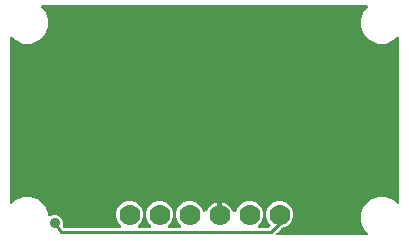
<source format=gbr>
G04 EAGLE Gerber RS-274X export*
G75*
%MOMM*%
%FSLAX34Y34*%
%LPD*%
%INTop Copper*%
%IPPOS*%
%AMOC8*
5,1,8,0,0,1.08239X$1,22.5*%
G01*
%ADD10C,1.778000*%
%ADD11C,0.254000*%
%ADD12C,0.908000*%

G36*
X307130Y5098D02*
X307130Y5098D01*
X307269Y5111D01*
X307288Y5118D01*
X307308Y5121D01*
X307437Y5172D01*
X307568Y5219D01*
X307585Y5230D01*
X307603Y5238D01*
X307716Y5319D01*
X307831Y5397D01*
X307844Y5413D01*
X307861Y5424D01*
X307950Y5532D01*
X308041Y5636D01*
X308051Y5654D01*
X308064Y5669D01*
X308123Y5795D01*
X308186Y5919D01*
X308190Y5939D01*
X308199Y5957D01*
X308225Y6093D01*
X308256Y6229D01*
X308255Y6250D01*
X308259Y6269D01*
X308250Y6408D01*
X308246Y6547D01*
X308240Y6567D01*
X308239Y6587D01*
X308196Y6719D01*
X308158Y6853D01*
X308147Y6870D01*
X308141Y6889D01*
X308066Y7007D01*
X307996Y7127D01*
X307977Y7148D01*
X307971Y7158D01*
X307956Y7172D01*
X307890Y7247D01*
X305096Y10041D01*
X302419Y16503D01*
X302419Y23497D01*
X305096Y29959D01*
X310041Y34904D01*
X316503Y37581D01*
X323497Y37581D01*
X329959Y34904D01*
X332753Y32110D01*
X332862Y32025D01*
X332969Y31936D01*
X332988Y31928D01*
X333004Y31915D01*
X333132Y31860D01*
X333257Y31801D01*
X333277Y31797D01*
X333296Y31789D01*
X333434Y31767D01*
X333570Y31741D01*
X333590Y31742D01*
X333610Y31739D01*
X333749Y31752D01*
X333887Y31761D01*
X333906Y31767D01*
X333926Y31769D01*
X334058Y31816D01*
X334189Y31859D01*
X334207Y31870D01*
X334226Y31877D01*
X334341Y31955D01*
X334458Y32029D01*
X334472Y32044D01*
X334489Y32055D01*
X334581Y32160D01*
X334676Y32261D01*
X334686Y32278D01*
X334699Y32294D01*
X334763Y32418D01*
X334830Y32539D01*
X334835Y32559D01*
X334844Y32577D01*
X334874Y32713D01*
X334909Y32847D01*
X334911Y32875D01*
X334914Y32887D01*
X334913Y32908D01*
X334919Y33008D01*
X334919Y171992D01*
X334902Y172130D01*
X334889Y172269D01*
X334882Y172288D01*
X334879Y172308D01*
X334828Y172437D01*
X334781Y172568D01*
X334770Y172585D01*
X334762Y172603D01*
X334681Y172716D01*
X334603Y172831D01*
X334587Y172844D01*
X334576Y172861D01*
X334468Y172950D01*
X334364Y173041D01*
X334346Y173051D01*
X334331Y173064D01*
X334205Y173123D01*
X334081Y173186D01*
X334061Y173190D01*
X334043Y173199D01*
X333907Y173225D01*
X333771Y173256D01*
X333750Y173255D01*
X333731Y173259D01*
X333592Y173250D01*
X333453Y173246D01*
X333433Y173240D01*
X333413Y173239D01*
X333281Y173196D01*
X333147Y173158D01*
X333130Y173147D01*
X333111Y173141D01*
X332993Y173066D01*
X332873Y172996D01*
X332852Y172977D01*
X332842Y172971D01*
X332828Y172956D01*
X332753Y172890D01*
X329959Y170096D01*
X323497Y167419D01*
X316503Y167419D01*
X310041Y170096D01*
X305096Y175041D01*
X302419Y181503D01*
X302419Y188497D01*
X305096Y194959D01*
X307890Y197753D01*
X307975Y197862D01*
X308064Y197969D01*
X308072Y197988D01*
X308085Y198004D01*
X308140Y198132D01*
X308199Y198257D01*
X308203Y198277D01*
X308211Y198296D01*
X308233Y198434D01*
X308259Y198570D01*
X308258Y198590D01*
X308261Y198610D01*
X308248Y198749D01*
X308239Y198887D01*
X308233Y198906D01*
X308231Y198926D01*
X308184Y199058D01*
X308141Y199189D01*
X308130Y199207D01*
X308123Y199226D01*
X308045Y199341D01*
X307971Y199458D01*
X307956Y199472D01*
X307945Y199489D01*
X307840Y199581D01*
X307739Y199676D01*
X307722Y199686D01*
X307706Y199699D01*
X307582Y199763D01*
X307461Y199830D01*
X307441Y199835D01*
X307423Y199844D01*
X307287Y199874D01*
X307153Y199909D01*
X307125Y199911D01*
X307113Y199914D01*
X307092Y199913D01*
X306992Y199919D01*
X33008Y199919D01*
X32870Y199902D01*
X32731Y199889D01*
X32712Y199882D01*
X32692Y199879D01*
X32563Y199828D01*
X32432Y199781D01*
X32415Y199770D01*
X32397Y199762D01*
X32284Y199681D01*
X32169Y199603D01*
X32156Y199587D01*
X32139Y199576D01*
X32050Y199468D01*
X31959Y199364D01*
X31949Y199346D01*
X31936Y199331D01*
X31877Y199205D01*
X31814Y199081D01*
X31810Y199061D01*
X31801Y199043D01*
X31775Y198907D01*
X31744Y198771D01*
X31745Y198750D01*
X31741Y198731D01*
X31750Y198592D01*
X31754Y198453D01*
X31760Y198433D01*
X31761Y198413D01*
X31804Y198281D01*
X31842Y198147D01*
X31853Y198130D01*
X31859Y198111D01*
X31934Y197993D01*
X32004Y197873D01*
X32023Y197852D01*
X32029Y197842D01*
X32044Y197828D01*
X32110Y197753D01*
X34904Y194959D01*
X37581Y188497D01*
X37581Y181503D01*
X34904Y175041D01*
X29959Y170096D01*
X23497Y167419D01*
X16503Y167419D01*
X10041Y170096D01*
X7247Y172890D01*
X7138Y172975D01*
X7031Y173064D01*
X7012Y173072D01*
X6996Y173085D01*
X6868Y173140D01*
X6743Y173199D01*
X6723Y173203D01*
X6704Y173211D01*
X6566Y173233D01*
X6430Y173259D01*
X6410Y173258D01*
X6390Y173261D01*
X6251Y173248D01*
X6113Y173239D01*
X6094Y173233D01*
X6074Y173231D01*
X5942Y173184D01*
X5811Y173141D01*
X5793Y173130D01*
X5774Y173123D01*
X5659Y173045D01*
X5542Y172971D01*
X5528Y172956D01*
X5511Y172945D01*
X5419Y172840D01*
X5324Y172739D01*
X5314Y172722D01*
X5301Y172706D01*
X5237Y172582D01*
X5170Y172461D01*
X5165Y172441D01*
X5156Y172423D01*
X5126Y172287D01*
X5091Y172153D01*
X5089Y172125D01*
X5086Y172113D01*
X5087Y172092D01*
X5081Y171992D01*
X5081Y33008D01*
X5098Y32870D01*
X5111Y32731D01*
X5118Y32712D01*
X5121Y32692D01*
X5172Y32563D01*
X5219Y32432D01*
X5230Y32415D01*
X5238Y32397D01*
X5319Y32284D01*
X5397Y32169D01*
X5413Y32156D01*
X5424Y32139D01*
X5532Y32050D01*
X5636Y31959D01*
X5654Y31949D01*
X5669Y31936D01*
X5795Y31877D01*
X5919Y31814D01*
X5939Y31810D01*
X5957Y31801D01*
X6093Y31775D01*
X6229Y31744D01*
X6250Y31745D01*
X6269Y31741D01*
X6408Y31750D01*
X6547Y31754D01*
X6567Y31760D01*
X6587Y31761D01*
X6719Y31804D01*
X6853Y31842D01*
X6870Y31853D01*
X6889Y31859D01*
X7007Y31934D01*
X7127Y32004D01*
X7148Y32023D01*
X7158Y32029D01*
X7172Y32044D01*
X7247Y32110D01*
X10041Y34904D01*
X16503Y37581D01*
X23497Y37581D01*
X29959Y34904D01*
X34904Y29959D01*
X37581Y23497D01*
X37581Y22484D01*
X37587Y22435D01*
X37585Y22385D01*
X37607Y22278D01*
X37621Y22169D01*
X37639Y22123D01*
X37649Y22074D01*
X37697Y21975D01*
X37738Y21873D01*
X37767Y21833D01*
X37789Y21788D01*
X37860Y21705D01*
X37924Y21616D01*
X37963Y21584D01*
X37995Y21546D01*
X38085Y21483D01*
X38169Y21413D01*
X38214Y21392D01*
X38255Y21363D01*
X38358Y21324D01*
X38457Y21277D01*
X38506Y21268D01*
X38552Y21251D01*
X38662Y21238D01*
X38769Y21218D01*
X38819Y21221D01*
X38868Y21215D01*
X38977Y21231D01*
X39087Y21237D01*
X39134Y21253D01*
X39183Y21260D01*
X39336Y21312D01*
X41772Y22321D01*
X44588Y22321D01*
X47191Y21243D01*
X49183Y19251D01*
X50261Y16648D01*
X50261Y13832D01*
X49993Y13186D01*
X49980Y13138D01*
X49959Y13093D01*
X49938Y12985D01*
X49909Y12879D01*
X49908Y12829D01*
X49899Y12780D01*
X49906Y12671D01*
X49904Y12561D01*
X49916Y12513D01*
X49919Y12463D01*
X49953Y12359D01*
X49978Y12252D01*
X50002Y12208D01*
X50017Y12161D01*
X50076Y12068D01*
X50127Y11971D01*
X50160Y11934D01*
X50187Y11892D01*
X50267Y11817D01*
X50341Y11735D01*
X50382Y11708D01*
X50419Y11674D01*
X50515Y11621D01*
X50607Y11561D01*
X50654Y11544D01*
X50697Y11520D01*
X50803Y11493D01*
X50907Y11457D01*
X50957Y11453D01*
X51005Y11441D01*
X51166Y11431D01*
X98380Y11431D01*
X98517Y11448D01*
X98656Y11461D01*
X98675Y11468D01*
X98695Y11471D01*
X98824Y11522D01*
X98955Y11569D01*
X98972Y11580D01*
X98991Y11588D01*
X99103Y11669D01*
X99218Y11747D01*
X99232Y11763D01*
X99248Y11774D01*
X99337Y11882D01*
X99429Y11986D01*
X99438Y12004D01*
X99451Y12019D01*
X99510Y12145D01*
X99573Y12269D01*
X99578Y12289D01*
X99586Y12307D01*
X99613Y12443D01*
X99643Y12579D01*
X99642Y12600D01*
X99646Y12619D01*
X99638Y12758D01*
X99633Y12897D01*
X99628Y12917D01*
X99626Y12937D01*
X99584Y13069D01*
X99545Y13203D01*
X99535Y13220D01*
X99528Y13239D01*
X99454Y13357D01*
X99383Y13477D01*
X99365Y13498D01*
X99358Y13508D01*
X99343Y13522D01*
X99277Y13597D01*
X96809Y16065D01*
X95069Y20266D01*
X95069Y24814D01*
X96809Y29015D01*
X100025Y32231D01*
X104226Y33971D01*
X108774Y33971D01*
X112975Y32231D01*
X116191Y29015D01*
X117931Y24814D01*
X117931Y20266D01*
X116191Y16065D01*
X113723Y13597D01*
X113638Y13488D01*
X113549Y13381D01*
X113540Y13362D01*
X113528Y13346D01*
X113473Y13218D01*
X113414Y13093D01*
X113410Y13073D01*
X113402Y13054D01*
X113380Y12916D01*
X113354Y12780D01*
X113355Y12760D01*
X113352Y12740D01*
X113365Y12601D01*
X113374Y12463D01*
X113380Y12444D01*
X113382Y12424D01*
X113429Y12292D01*
X113472Y12161D01*
X113482Y12143D01*
X113489Y12124D01*
X113567Y12009D01*
X113642Y11892D01*
X113656Y11878D01*
X113668Y11861D01*
X113772Y11769D01*
X113873Y11674D01*
X113891Y11664D01*
X113906Y11651D01*
X114030Y11587D01*
X114152Y11520D01*
X114171Y11515D01*
X114189Y11506D01*
X114325Y11476D01*
X114460Y11441D01*
X114488Y11439D01*
X114500Y11436D01*
X114520Y11437D01*
X114620Y11431D01*
X123780Y11431D01*
X123917Y11448D01*
X124056Y11461D01*
X124075Y11468D01*
X124095Y11471D01*
X124224Y11522D01*
X124355Y11569D01*
X124372Y11580D01*
X124391Y11588D01*
X124503Y11669D01*
X124618Y11747D01*
X124632Y11763D01*
X124648Y11774D01*
X124737Y11882D01*
X124829Y11986D01*
X124838Y12004D01*
X124851Y12019D01*
X124910Y12145D01*
X124973Y12269D01*
X124978Y12289D01*
X124986Y12307D01*
X125013Y12443D01*
X125043Y12579D01*
X125042Y12600D01*
X125046Y12619D01*
X125038Y12758D01*
X125033Y12897D01*
X125028Y12917D01*
X125026Y12937D01*
X124984Y13069D01*
X124945Y13203D01*
X124935Y13220D01*
X124928Y13239D01*
X124854Y13357D01*
X124783Y13477D01*
X124765Y13498D01*
X124758Y13508D01*
X124743Y13522D01*
X124677Y13597D01*
X122209Y16065D01*
X120469Y20266D01*
X120469Y24814D01*
X122209Y29015D01*
X125425Y32231D01*
X129626Y33971D01*
X134174Y33971D01*
X138375Y32231D01*
X141591Y29015D01*
X143331Y24814D01*
X143331Y20266D01*
X141591Y16065D01*
X139123Y13597D01*
X139038Y13488D01*
X138949Y13381D01*
X138940Y13362D01*
X138928Y13346D01*
X138873Y13218D01*
X138814Y13093D01*
X138810Y13073D01*
X138802Y13054D01*
X138780Y12916D01*
X138754Y12780D01*
X138755Y12760D01*
X138752Y12740D01*
X138765Y12601D01*
X138774Y12463D01*
X138780Y12444D01*
X138782Y12424D01*
X138829Y12292D01*
X138872Y12161D01*
X138882Y12143D01*
X138889Y12124D01*
X138967Y12009D01*
X139042Y11892D01*
X139056Y11878D01*
X139068Y11861D01*
X139172Y11769D01*
X139273Y11674D01*
X139291Y11664D01*
X139306Y11651D01*
X139430Y11587D01*
X139552Y11520D01*
X139571Y11515D01*
X139589Y11506D01*
X139725Y11476D01*
X139860Y11441D01*
X139888Y11439D01*
X139900Y11436D01*
X139920Y11437D01*
X140020Y11431D01*
X149180Y11431D01*
X149317Y11448D01*
X149456Y11461D01*
X149475Y11468D01*
X149495Y11471D01*
X149624Y11522D01*
X149755Y11569D01*
X149772Y11580D01*
X149791Y11588D01*
X149903Y11669D01*
X150018Y11747D01*
X150032Y11763D01*
X150048Y11774D01*
X150137Y11882D01*
X150229Y11986D01*
X150238Y12004D01*
X150251Y12019D01*
X150310Y12145D01*
X150373Y12269D01*
X150378Y12289D01*
X150386Y12307D01*
X150413Y12443D01*
X150443Y12579D01*
X150442Y12600D01*
X150446Y12619D01*
X150438Y12758D01*
X150433Y12897D01*
X150428Y12917D01*
X150426Y12937D01*
X150384Y13069D01*
X150345Y13203D01*
X150335Y13220D01*
X150328Y13239D01*
X150254Y13357D01*
X150183Y13477D01*
X150165Y13498D01*
X150158Y13508D01*
X150143Y13522D01*
X150077Y13597D01*
X147609Y16065D01*
X145869Y20266D01*
X145869Y24814D01*
X147609Y29015D01*
X150825Y32231D01*
X155026Y33971D01*
X159574Y33971D01*
X163775Y32231D01*
X166991Y29015D01*
X168320Y25805D01*
X168345Y25762D01*
X168362Y25715D01*
X168423Y25624D01*
X168478Y25529D01*
X168512Y25493D01*
X168540Y25452D01*
X168622Y25379D01*
X168699Y25300D01*
X168741Y25274D01*
X168779Y25242D01*
X168877Y25192D01*
X168970Y25134D01*
X169017Y25120D01*
X169062Y25097D01*
X169169Y25073D01*
X169274Y25041D01*
X169324Y25038D01*
X169372Y25027D01*
X169482Y25031D01*
X169592Y25025D01*
X169640Y25036D01*
X169690Y25037D01*
X169795Y25068D01*
X169903Y25090D01*
X169948Y25112D01*
X169995Y25125D01*
X170090Y25181D01*
X170189Y25229D01*
X170227Y25262D01*
X170269Y25287D01*
X170390Y25393D01*
X170398Y25401D01*
X171223Y25401D01*
X171301Y25411D01*
X171381Y25411D01*
X171458Y25431D01*
X171538Y25441D01*
X171612Y25470D01*
X171689Y25489D01*
X171759Y25528D01*
X171834Y25558D01*
X171898Y25604D01*
X171968Y25642D01*
X172026Y25697D01*
X172091Y25744D01*
X172142Y25806D01*
X172200Y25860D01*
X172243Y25928D01*
X172294Y25989D01*
X172328Y26061D01*
X172370Y26128D01*
X172429Y26277D01*
X172430Y26278D01*
X172578Y26733D01*
X173358Y28265D01*
X174369Y29656D01*
X175584Y30871D01*
X176975Y31882D01*
X178507Y32663D01*
X180142Y33194D01*
X180201Y33203D01*
X180201Y23770D01*
X180216Y23652D01*
X180223Y23533D01*
X180235Y23495D01*
X180241Y23455D01*
X180284Y23344D01*
X180321Y23231D01*
X180343Y23197D01*
X180358Y23159D01*
X180427Y23063D01*
X180491Y22962D01*
X180521Y22934D01*
X180544Y22902D01*
X180636Y22826D01*
X180723Y22744D01*
X180758Y22725D01*
X180789Y22699D01*
X180897Y22648D01*
X181001Y22591D01*
X181041Y22581D01*
X181077Y22563D01*
X181194Y22541D01*
X181309Y22511D01*
X181369Y22507D01*
X181389Y22504D01*
X181410Y22505D01*
X181470Y22501D01*
X183930Y22501D01*
X184048Y22516D01*
X184167Y22523D01*
X184205Y22536D01*
X184246Y22541D01*
X184356Y22585D01*
X184469Y22621D01*
X184504Y22643D01*
X184541Y22658D01*
X184637Y22728D01*
X184738Y22791D01*
X184766Y22821D01*
X184799Y22845D01*
X184875Y22936D01*
X184956Y23023D01*
X184976Y23058D01*
X185001Y23090D01*
X185052Y23197D01*
X185110Y23302D01*
X185120Y23341D01*
X185137Y23377D01*
X185159Y23494D01*
X185189Y23610D01*
X185193Y23670D01*
X185197Y23690D01*
X185195Y23710D01*
X185199Y23770D01*
X185199Y33203D01*
X185258Y33194D01*
X186893Y32663D01*
X188425Y31882D01*
X189816Y30871D01*
X191031Y29656D01*
X192042Y28265D01*
X192822Y26733D01*
X192970Y26278D01*
X193004Y26206D01*
X193029Y26131D01*
X193071Y26063D01*
X193106Y25990D01*
X193156Y25929D01*
X193199Y25862D01*
X193257Y25807D01*
X193308Y25745D01*
X193373Y25698D01*
X193430Y25644D01*
X193501Y25605D01*
X193566Y25558D01*
X193639Y25529D01*
X193709Y25490D01*
X193787Y25470D01*
X193861Y25441D01*
X193940Y25431D01*
X194017Y25411D01*
X194087Y25407D01*
X194743Y24750D01*
X194782Y24719D01*
X194816Y24683D01*
X194908Y24622D01*
X194995Y24555D01*
X195040Y24535D01*
X195082Y24508D01*
X195186Y24472D01*
X195286Y24429D01*
X195335Y24421D01*
X195382Y24405D01*
X195492Y24396D01*
X195600Y24379D01*
X195650Y24383D01*
X195699Y24379D01*
X195808Y24398D01*
X195917Y24409D01*
X195964Y24425D01*
X196013Y24434D01*
X196113Y24479D01*
X196216Y24516D01*
X196258Y24544D01*
X196303Y24564D01*
X196389Y24633D01*
X196480Y24695D01*
X196512Y24732D01*
X196551Y24763D01*
X196617Y24851D01*
X196690Y24933D01*
X196713Y24977D01*
X196742Y25017D01*
X196813Y25162D01*
X198409Y29015D01*
X201625Y32231D01*
X205826Y33971D01*
X210374Y33971D01*
X214575Y32231D01*
X217791Y29015D01*
X219531Y24814D01*
X219531Y20266D01*
X217791Y16065D01*
X215323Y13597D01*
X215238Y13488D01*
X215149Y13381D01*
X215140Y13362D01*
X215128Y13346D01*
X215073Y13218D01*
X215014Y13093D01*
X215010Y13073D01*
X215002Y13054D01*
X214980Y12916D01*
X214954Y12780D01*
X214955Y12760D01*
X214952Y12740D01*
X214965Y12601D01*
X214974Y12463D01*
X214980Y12444D01*
X214982Y12424D01*
X215029Y12292D01*
X215072Y12161D01*
X215082Y12143D01*
X215089Y12124D01*
X215167Y12009D01*
X215242Y11892D01*
X215256Y11878D01*
X215268Y11861D01*
X215372Y11769D01*
X215473Y11674D01*
X215491Y11664D01*
X215506Y11651D01*
X215630Y11587D01*
X215752Y11520D01*
X215771Y11515D01*
X215789Y11506D01*
X215925Y11476D01*
X216060Y11441D01*
X216088Y11439D01*
X216100Y11436D01*
X216120Y11437D01*
X216220Y11431D01*
X223956Y11431D01*
X224054Y11443D01*
X224153Y11446D01*
X224211Y11463D01*
X224271Y11471D01*
X224363Y11507D01*
X224459Y11535D01*
X224511Y11565D01*
X224567Y11588D01*
X224647Y11646D01*
X224732Y11696D01*
X224808Y11762D01*
X224824Y11774D01*
X224832Y11784D01*
X224853Y11802D01*
X225565Y12514D01*
X225638Y12609D01*
X225717Y12698D01*
X225735Y12734D01*
X225760Y12766D01*
X225807Y12875D01*
X225862Y12981D01*
X225870Y13020D01*
X225886Y13057D01*
X225905Y13175D01*
X225931Y13291D01*
X225930Y13332D01*
X225936Y13372D01*
X225925Y13490D01*
X225922Y13609D01*
X225910Y13648D01*
X225906Y13688D01*
X225866Y13800D01*
X225833Y13915D01*
X225813Y13949D01*
X225799Y13987D01*
X225732Y14086D01*
X225672Y14189D01*
X225632Y14234D01*
X225620Y14251D01*
X225605Y14264D01*
X225565Y14309D01*
X223809Y16065D01*
X222069Y20266D01*
X222069Y24814D01*
X223809Y29015D01*
X227025Y32231D01*
X231226Y33971D01*
X235774Y33971D01*
X239975Y32231D01*
X243191Y29015D01*
X244931Y24814D01*
X244931Y20266D01*
X243191Y16065D01*
X239975Y12849D01*
X235774Y11109D01*
X235464Y11109D01*
X235366Y11097D01*
X235267Y11094D01*
X235209Y11077D01*
X235149Y11069D01*
X235057Y11033D01*
X234961Y11005D01*
X234909Y10975D01*
X234853Y10952D01*
X234773Y10894D01*
X234688Y10844D01*
X234612Y10778D01*
X234596Y10766D01*
X234588Y10756D01*
X234567Y10738D01*
X231077Y7247D01*
X230991Y7138D01*
X230903Y7031D01*
X230894Y7012D01*
X230882Y6996D01*
X230826Y6868D01*
X230767Y6743D01*
X230763Y6723D01*
X230755Y6704D01*
X230733Y6566D01*
X230707Y6430D01*
X230709Y6410D01*
X230706Y6390D01*
X230719Y6251D01*
X230727Y6113D01*
X230733Y6094D01*
X230735Y6074D01*
X230783Y5942D01*
X230825Y5811D01*
X230836Y5793D01*
X230843Y5774D01*
X230921Y5659D01*
X230995Y5542D01*
X231010Y5528D01*
X231022Y5511D01*
X231126Y5419D01*
X231227Y5324D01*
X231245Y5314D01*
X231260Y5301D01*
X231384Y5237D01*
X231506Y5170D01*
X231525Y5165D01*
X231543Y5156D01*
X231679Y5126D01*
X231813Y5091D01*
X231842Y5089D01*
X231853Y5086D01*
X231874Y5087D01*
X231974Y5081D01*
X306992Y5081D01*
X307130Y5098D01*
G37*
D10*
X233500Y22540D03*
X208100Y22540D03*
X182700Y22540D03*
X157300Y22540D03*
X131900Y22540D03*
X106500Y22540D03*
D11*
X22860Y137160D02*
X22860Y139700D01*
X247650Y93980D02*
X274320Y93980D01*
X247650Y93980D02*
X245110Y91440D01*
D12*
X204470Y173990D03*
X120650Y163830D03*
X129540Y116840D03*
X22860Y137160D03*
X245110Y91440D03*
D11*
X233500Y22540D02*
X233500Y15060D01*
X226060Y7620D01*
X48260Y7620D01*
X43180Y15240D01*
D12*
X43180Y15240D03*
M02*

</source>
